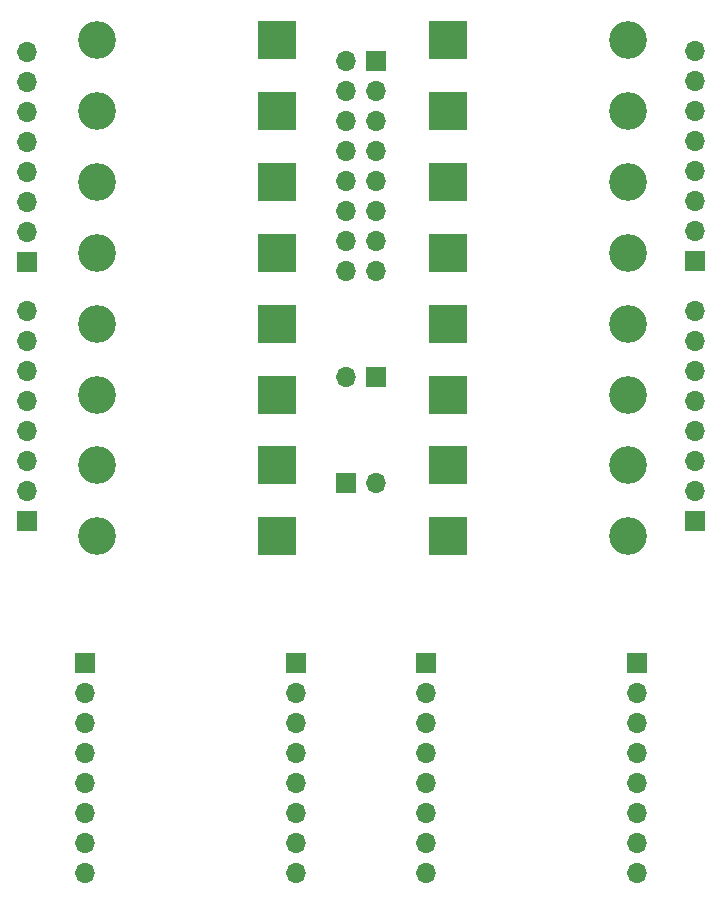
<source format=gbr>
%TF.GenerationSoftware,KiCad,Pcbnew,8.0.3*%
%TF.CreationDate,2024-07-07T19:42:47+08:00*%
%TF.ProjectId,V2.4 Mechanical Seven Segment Digit,56322e34-204d-4656-9368-616e6963616c,rev?*%
%TF.SameCoordinates,Original*%
%TF.FileFunction,Soldermask,Top*%
%TF.FilePolarity,Negative*%
%FSLAX46Y46*%
G04 Gerber Fmt 4.6, Leading zero omitted, Abs format (unit mm)*
G04 Created by KiCad (PCBNEW 8.0.3) date 2024-07-07 19:42:47*
%MOMM*%
%LPD*%
G01*
G04 APERTURE LIST*
%ADD10R,1.700000X1.700000*%
%ADD11O,1.700000X1.700000*%
%ADD12R,3.200000X3.200000*%
%ADD13O,3.200000X3.200000*%
G04 APERTURE END LIST*
D10*
%TO.C,J9*%
X147500000Y-122250000D03*
D11*
X147500000Y-124790000D03*
X147500000Y-127330000D03*
X147500000Y-129870000D03*
X147500000Y-132410000D03*
X147500000Y-134950000D03*
X147500000Y-137490000D03*
X147500000Y-140030000D03*
%TD*%
D12*
%TO.C,D5*%
X134870000Y-99500000D03*
D13*
X119630000Y-99500000D03*
%TD*%
D10*
%TO.C,J12*%
X143250000Y-71220000D03*
D11*
X140710000Y-71220000D03*
X143250000Y-73760000D03*
X140710000Y-73760000D03*
X143250000Y-76300000D03*
X140710000Y-76300000D03*
X143250000Y-78840000D03*
X140710000Y-78840000D03*
X143250000Y-81380000D03*
X140710000Y-81380000D03*
X143250000Y-83920000D03*
X140710000Y-83920000D03*
X143250000Y-86460000D03*
X140710000Y-86460000D03*
X143250000Y-89000000D03*
X140710000Y-89000000D03*
%TD*%
D12*
%TO.C,D2*%
X149380000Y-111500000D03*
D13*
X164620000Y-111500000D03*
%TD*%
D12*
%TO.C,D12*%
X149380000Y-81500000D03*
D13*
X164620000Y-81500000D03*
%TD*%
D12*
%TO.C,D3*%
X134870000Y-105500000D03*
D13*
X119630000Y-105500000D03*
%TD*%
D12*
%TO.C,D8*%
X149380000Y-93500000D03*
D13*
X164620000Y-93500000D03*
%TD*%
D12*
%TO.C,D7*%
X134870000Y-93500000D03*
D13*
X119630000Y-93500000D03*
%TD*%
D12*
%TO.C,D6*%
X149380000Y-99500000D03*
D13*
X164620000Y-99500000D03*
%TD*%
D10*
%TO.C,J3*%
X143250000Y-98000000D03*
D11*
X140710000Y-98000000D03*
%TD*%
D10*
%TO.C,J10*%
X136500000Y-122260000D03*
D11*
X136500000Y-124800000D03*
X136500000Y-127340000D03*
X136500000Y-129880000D03*
X136500000Y-132420000D03*
X136500000Y-134960000D03*
X136500000Y-137500000D03*
X136500000Y-140040000D03*
%TD*%
D12*
%TO.C,D14*%
X149380000Y-75500000D03*
D13*
X164620000Y-75500000D03*
%TD*%
D12*
%TO.C,D15*%
X134870000Y-69500000D03*
D13*
X119630000Y-69500000D03*
%TD*%
D12*
%TO.C,D9*%
X134870000Y-87500000D03*
D13*
X119630000Y-87500000D03*
%TD*%
D12*
%TO.C,D11*%
X134870000Y-81500000D03*
D13*
X119630000Y-81500000D03*
%TD*%
D10*
%TO.C,J8*%
X118600000Y-122260000D03*
D11*
X118600000Y-124800000D03*
X118600000Y-127340000D03*
X118600000Y-129880000D03*
X118600000Y-132420000D03*
X118600000Y-134960000D03*
X118600000Y-137500000D03*
X118600000Y-140040000D03*
%TD*%
D12*
%TO.C,D4*%
X149380000Y-105500000D03*
D13*
X164620000Y-105500000D03*
%TD*%
D12*
%TO.C,D10*%
X149380000Y-87500000D03*
D13*
X164620000Y-87500000D03*
%TD*%
D10*
%TO.C,J11*%
X165400000Y-122250000D03*
D11*
X165400000Y-124790000D03*
X165400000Y-127330000D03*
X165400000Y-129870000D03*
X165400000Y-132410000D03*
X165400000Y-134950000D03*
X165400000Y-137490000D03*
X165400000Y-140030000D03*
%TD*%
D12*
%TO.C,D1*%
X134870000Y-111500000D03*
D13*
X119630000Y-111500000D03*
%TD*%
D12*
%TO.C,D16*%
X149380000Y-69500000D03*
D13*
X164620000Y-69500000D03*
%TD*%
D12*
%TO.C,D13*%
X134870000Y-75500000D03*
D13*
X119630000Y-75500000D03*
%TD*%
D10*
%TO.C,J6*%
X170250000Y-88230000D03*
D11*
X170250000Y-85690000D03*
X170250000Y-83150000D03*
X170250000Y-80610000D03*
X170250000Y-78070000D03*
X170250000Y-75530000D03*
X170250000Y-72990000D03*
X170250000Y-70450000D03*
%TD*%
D10*
%TO.C,J5*%
X140710000Y-107025000D03*
D11*
X143250000Y-107025000D03*
%TD*%
D10*
%TO.C,J2*%
X113750000Y-110200000D03*
D11*
X113750000Y-107660000D03*
X113750000Y-105120000D03*
X113750000Y-102580000D03*
X113750000Y-100040000D03*
X113750000Y-97500000D03*
X113750000Y-94960000D03*
X113750000Y-92420000D03*
%TD*%
D10*
%TO.C,J1*%
X113750000Y-88240000D03*
D11*
X113750000Y-85700000D03*
X113750000Y-83160000D03*
X113750000Y-80620000D03*
X113750000Y-78080000D03*
X113750000Y-75540000D03*
X113750000Y-73000000D03*
X113750000Y-70460000D03*
%TD*%
D10*
%TO.C,J7*%
X170250000Y-110200000D03*
D11*
X170250000Y-107660000D03*
X170250000Y-105120000D03*
X170250000Y-102580000D03*
X170250000Y-100040000D03*
X170250000Y-97500000D03*
X170250000Y-94960000D03*
X170250000Y-92420000D03*
%TD*%
M02*

</source>
